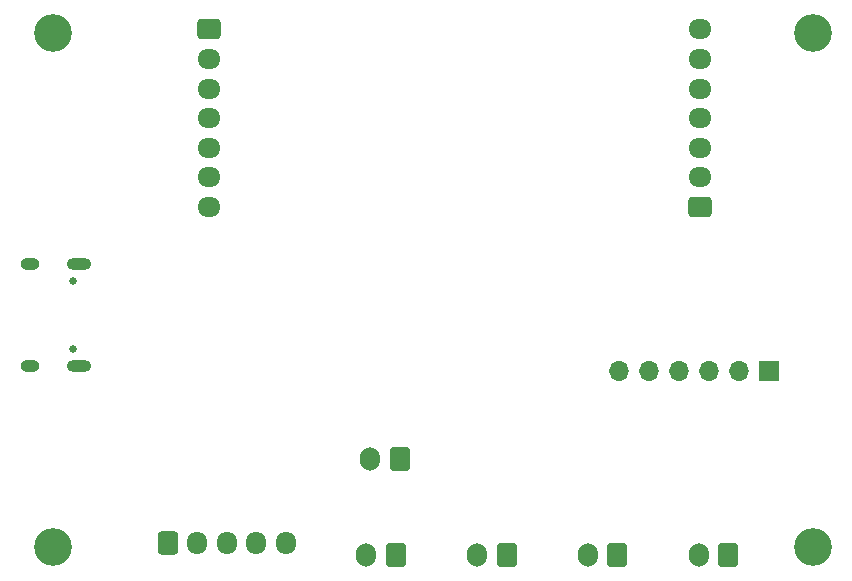
<source format=gbr>
%TF.GenerationSoftware,KiCad,Pcbnew,6.0.4-1.fc35*%
%TF.CreationDate,2022-04-09T00:49:24+03:00*%
%TF.ProjectId,Glove,476c6f76-652e-46b6-9963-61645f706362,rev?*%
%TF.SameCoordinates,Original*%
%TF.FileFunction,Soldermask,Bot*%
%TF.FilePolarity,Negative*%
%FSLAX46Y46*%
G04 Gerber Fmt 4.6, Leading zero omitted, Abs format (unit mm)*
G04 Created by KiCad (PCBNEW 6.0.4-1.fc35) date 2022-04-09 00:49:24*
%MOMM*%
%LPD*%
G01*
G04 APERTURE LIST*
G04 Aperture macros list*
%AMRoundRect*
0 Rectangle with rounded corners*
0 $1 Rounding radius*
0 $2 $3 $4 $5 $6 $7 $8 $9 X,Y pos of 4 corners*
0 Add a 4 corners polygon primitive as box body*
4,1,4,$2,$3,$4,$5,$6,$7,$8,$9,$2,$3,0*
0 Add four circle primitives for the rounded corners*
1,1,$1+$1,$2,$3*
1,1,$1+$1,$4,$5*
1,1,$1+$1,$6,$7*
1,1,$1+$1,$8,$9*
0 Add four rect primitives between the rounded corners*
20,1,$1+$1,$2,$3,$4,$5,0*
20,1,$1+$1,$4,$5,$6,$7,0*
20,1,$1+$1,$6,$7,$8,$9,0*
20,1,$1+$1,$8,$9,$2,$3,0*%
G04 Aperture macros list end*
%ADD10RoundRect,0.250000X-0.600000X-0.725000X0.600000X-0.725000X0.600000X0.725000X-0.600000X0.725000X0*%
%ADD11O,1.700000X1.950000*%
%ADD12C,3.200000*%
%ADD13O,1.700000X1.700000*%
%ADD14R,1.700000X1.700000*%
%ADD15RoundRect,0.250000X-0.725000X0.600000X-0.725000X-0.600000X0.725000X-0.600000X0.725000X0.600000X0*%
%ADD16O,1.950000X1.700000*%
%ADD17RoundRect,0.250000X0.725000X-0.600000X0.725000X0.600000X-0.725000X0.600000X-0.725000X-0.600000X0*%
%ADD18RoundRect,0.250000X0.600000X0.750000X-0.600000X0.750000X-0.600000X-0.750000X0.600000X-0.750000X0*%
%ADD19O,1.700000X2.000000*%
%ADD20C,0.650000*%
%ADD21O,1.600000X1.000000*%
%ADD22O,2.100000X1.000000*%
G04 APERTURE END LIST*
D10*
%TO.C,J2*%
X124200000Y-103675000D03*
D11*
X126700000Y-103675000D03*
X129200000Y-103675000D03*
X131700000Y-103675000D03*
X134200000Y-103675000D03*
%TD*%
D12*
%TO.C,REF\u002A\u002A*%
X114500000Y-60500000D03*
%TD*%
D13*
%TO.C,J5*%
X162450000Y-89100000D03*
X164990000Y-89100000D03*
X167530000Y-89100000D03*
X170070000Y-89100000D03*
X172610000Y-89100000D03*
D14*
X175150000Y-89100000D03*
%TD*%
D15*
%TO.C,J4*%
X127700000Y-60200000D03*
D16*
X127700000Y-62700000D03*
X127700000Y-65200000D03*
X127700000Y-67700000D03*
X127700000Y-70200000D03*
X127700000Y-72700000D03*
X127700000Y-75200000D03*
%TD*%
D17*
%TO.C,J3*%
X169300000Y-75200000D03*
D16*
X169300000Y-72700000D03*
X169300000Y-70200000D03*
X169300000Y-67700000D03*
X169300000Y-65200000D03*
X169300000Y-62700000D03*
X169300000Y-60200000D03*
%TD*%
D12*
%TO.C,REF\u002A\u002A*%
X178850000Y-60500000D03*
%TD*%
D18*
%TO.C,BTN_A1*%
X152894444Y-104725000D03*
D19*
X150394444Y-104725000D03*
%TD*%
D18*
%TO.C,BTN_Trigger1*%
X143850000Y-96525000D03*
D19*
X141350000Y-96525000D03*
%TD*%
D18*
%TO.C,BTN_B1*%
X171650000Y-104725000D03*
D19*
X169150000Y-104725000D03*
%TD*%
D12*
%TO.C,REF\u002A\u002A*%
X114500000Y-104000000D03*
%TD*%
D18*
%TO.C,BTN_Grab1*%
X143516667Y-104725000D03*
D19*
X141016667Y-104725000D03*
%TD*%
D20*
%TO.C,J1*%
X116205000Y-81510000D03*
X116205000Y-87290000D03*
D21*
X112525000Y-80080000D03*
X112525000Y-88720000D03*
D22*
X116705000Y-88720000D03*
X116705000Y-80080000D03*
%TD*%
D18*
%TO.C,BTN_Pinch1*%
X162272221Y-104725000D03*
D19*
X159772221Y-104725000D03*
%TD*%
D12*
%TO.C,REF\u002A\u002A*%
X178800000Y-104000000D03*
%TD*%
M02*

</source>
